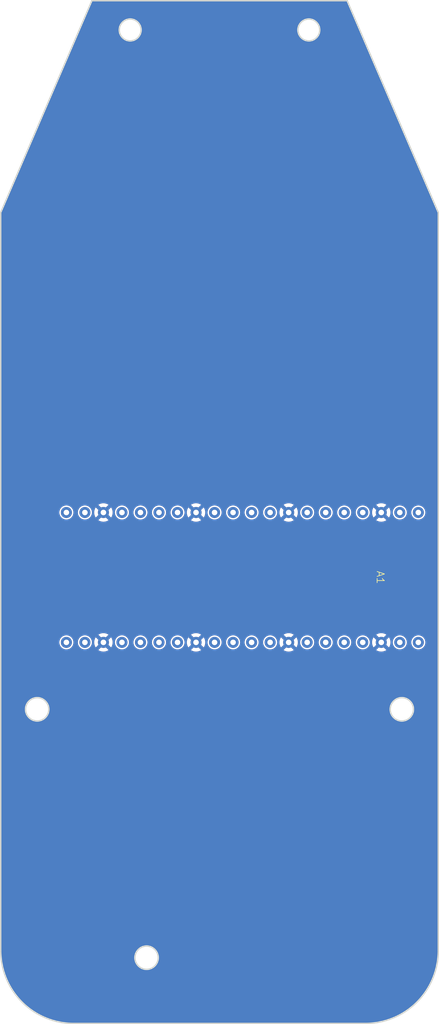
<source format=kicad_pcb>
(kicad_pcb (version 20221018) (generator pcbnew)
  (layers (0 "F.Cu" signal) (31 "B.Cu" signal) (34 "B.Paste" user) (35 "F.Paste" user) (36 "B.SilkS" user "B.Silkscreen") (37 "F.SilkS" user "F.Silkscreen") (38 "B.Mask" user) (39 "F.Mask" user) (44 "Edge.Cuts" user))
  (net 0 "")
  (net 3 "/GND")
  (footprint "twyleg-board-connectors:RaspberryPiPico-THT-Dev" (layer "F.Cu") (at 159.69 101.184 -90)
    (fp_text reference "A1" (at 0 5.192 -90 unlocked) (layer "F.SilkS") (effects (font (thickness 0.1))))
    (fp_text value "RaspberryPi-Pico")
    (pad "1" thru_hole circle (at -8.89 0 270) (size 1.524 1.524) (drill 0.762) (layers "*.Cu" "*.Mask"))
    (pad "2" thru_hole circle (at -8.89 2.54 270) (size 1.524 1.524) (drill 0.762) (layers "*.Cu" "*.Mask"))
    (pad "3" thru_hole circle (at -8.89 5.08 270) (size 1.524 1.524) (drill 0.762) (layers "*.Cu" "*.Mask") (net 3 "/GND"))
    (pad "4" thru_hole circle (at -8.89 7.62 270) (size 1.524 1.524) (drill 0.762) (layers "*.Cu" "*.Mask"))
    (pad "5" thru_hole circle (at -8.89 10.16 270) (size 1.524 1.524) (drill 0.762) (layers "*.Cu" "*.Mask"))
    (pad "6" thru_hole circle (at -8.89 12.7 270) (size 1.524 1.524) (drill 0.762) (layers "*.Cu" "*.Mask"))
    (pad "7" thru_hole circle (at -8.89 15.24 270) (size 1.524 1.524) (drill 0.762) (layers "*.Cu" "*.Mask"))
    (pad "8" thru_hole circle (at -8.89 17.78 270) (size 1.524 1.524) (drill 0.762) (layers "*.Cu" "*.Mask") (net 3 "/GND"))
    (pad "9" thru_hole circle (at -8.89 20.32 270) (size 1.524 1.524) (drill 0.762) (layers "*.Cu" "*.Mask"))
    (pad "10" thru_hole circle (at -8.89 22.86 270) (size 1.524 1.524) (drill 0.762) (layers "*.Cu" "*.Mask"))
    (pad "11" thru_hole circle (at -8.89 25.4 270) (size 1.524 1.524) (drill 0.762) (layers "*.Cu" "*.Mask"))
    (pad "12" thru_hole circle (at -8.89 27.94 270) (size 1.524 1.524) (drill 0.762) (layers "*.Cu" "*.Mask"))
    (pad "13" thru_hole circle (at -8.89 30.48 270) (size 1.524 1.524) (drill 0.762) (layers "*.Cu" "*.Mask") (net 3 "/GND"))
    (pad "14" thru_hole circle (at -8.89 33.02 270) (size 1.524 1.524) (drill 0.762) (layers "*.Cu" "*.Mask"))
    (pad "15" thru_hole circle (at -8.89 35.56 270) (size 1.524 1.524) (drill 0.762) (layers "*.Cu" "*.Mask"))
    (pad "16" thru_hole circle (at -8.89 38.1 270) (size 1.524 1.524) (drill 0.762) (layers "*.Cu" "*.Mask"))
    (pad "17" thru_hole circle (at -8.89 40.64 270) (size 1.524 1.524) (drill 0.762) (layers "*.Cu" "*.Mask"))
    (pad "18" thru_hole circle (at -8.89 43.18 270) (size 1.524 1.524) (drill 0.762) (layers "*.Cu" "*.Mask") (net 3 "/GND"))
    (pad "19" thru_hole circle (at -8.89 45.72 270) (size 1.524 1.524) (drill 0.762) (layers "*.Cu" "*.Mask"))
    (pad "20" thru_hole circle (at -8.89 48.26 270) (size 1.524 1.524) (drill 0.762) (layers "*.Cu" "*.Mask"))
    (pad "21" thru_hole circle (at 8.89 0 270) (size 1.524 1.524) (drill 0.762) (layers "*.Cu" "*.Mask"))
    (pad "22" thru_hole circle (at 8.89 2.54 270) (size 1.524 1.524) (drill 0.762) (layers "*.Cu" "*.Mask"))
    (pad "23" thru_hole circle (at 8.89 5.08 270) (size 1.524 1.524) (drill 0.762) (layers "*.Cu" "*.Mask") (net 3 "/GND"))
    (pad "24" thru_hole circle (at 8.89 7.62 270) (size 1.524 1.524) (drill 0.762) (layers "*.Cu" "*.Mask"))
    (pad "25" thru_hole circle (at 8.89 10.16 270) (size 1.524 1.524) (drill 0.762) (layers "*.Cu" "*.Mask"))
    (pad "26" thru_hole circle (at 8.89 12.7 270) (size 1.524 1.524) (drill 0.762) (layers "*.Cu" "*.Mask"))
    (pad "27" thru_hole circle (at 8.89 15.24 270) (size 1.524 1.524) (drill 0.762) (layers "*.Cu" "*.Mask"))
    (pad "28" thru_hole circle (at 8.89 17.78 270) (size 1.524 1.524) (drill 0.762) (layers "*.Cu" "*.Mask") (net 3 "/GND"))
    (pad "29" thru_hole circle (at 8.89 20.32 270) (size 1.524 1.524) (drill 0.762) (layers "*.Cu" "*.Mask"))
    (pad "30" thru_hole circle (at 8.89 22.86 270) (size 1.524 1.524) (drill 0.762) (layers "*.Cu" "*.Mask"))
    (pad "31" thru_hole circle (at 8.89 25.4 270) (size 1.524 1.524) (drill 0.762) (layers "*.Cu" "*.Mask"))
    (pad "32" thru_hole circle (at 8.89 27.94 270) (size 1.524 1.524) (drill 0.762) (layers "*.Cu" "*.Mask"))
    (pad "33" thru_hole circle (at 8.89 30.48 270) (size 1.524 1.524) (drill 0.762) (layers "*.Cu" "*.Mask") (net 3 "/GND"))
    (pad "34" thru_hole circle (at 8.89 33.02 270) (size 1.524 1.524) (drill 0.762) (layers "*.Cu" "*.Mask"))
    (pad "35" thru_hole circle (at 8.89 35.56 270) (size 1.524 1.524) (drill 0.762) (layers "*.Cu" "*.Mask"))
    (pad "36" thru_hole circle (at 8.89 38.1 270) (size 1.524 1.524) (drill 0.762) (layers "*.Cu" "*.Mask"))
    (pad "37" thru_hole circle (at 8.89 40.64 270) (size 1.524 1.524) (drill 0.762) (layers "*.Cu" "*.Mask"))
    (pad "38" thru_hole circle (at 8.89 43.18 270) (size 1.524 1.524) (drill 0.762) (layers "*.Cu" "*.Mask") (net 3 "/GND"))
    (pad "39" thru_hole circle (at 8.89 45.72 270) (size 1.524 1.524) (drill 0.762) (layers "*.Cu" "*.Mask"))
    (pad "40" thru_hole circle (at 8.89 48.26 270) (size 1.524 1.524) (drill 0.762) (layers "*.Cu" "*.Mask"))
  )
  (gr_circle (center 107.428 119.238) (end 109.028 119.238) (stroke (width 0.2)) (fill none) (layer "Edge.Cuts"))
  (gr_circle (center 157.428 119.238) (end 159.028 119.238) (stroke (width 0.2)) (fill none) (layer "Edge.Cuts"))
  (gr_arc (start 162.428 152.238) (mid 159.499068 159.309068) (end 152.428 162.238) (stroke (width 0.2)) (layer "Edge.Cuts"))
  (gr_line (start 162.428 51.238) (end 162.428 152.238) (stroke (width 0.2)) (layer "Edge.Cuts"))
  (gr_line (start 102.428 152.238) (end 102.428 51.238) (stroke (width 0.2)) (layer "Edge.Cuts"))
  (gr_line (start 114.928 22.238) (end 149.928 22.238) (stroke (width 0.2)) (layer "Edge.Cuts"))
  (gr_line (start 152.428 162.238) (end 112.428 162.238) (stroke (width 0.2)) (layer "Edge.Cuts"))
  (gr_line (start 149.928 22.238) (end 162.428 51.238) (stroke (width 0.2)) (layer "Edge.Cuts"))
  (gr_circle (center 144.678 26.238) (end 146.178 26.238) (stroke (width 0.2)) (fill none) (layer "Edge.Cuts"))
  (gr_line (start 114.928 22.238) (end 102.428 51.238) (stroke (width 0.2)) (layer "Edge.Cuts"))
  (gr_circle (center 120.178 26.238) (end 121.678 26.238) (stroke (width 0.2)) (fill none) (layer "Edge.Cuts"))
  (gr_circle (center 122.428 153.238) (end 124.028 153.238) (stroke (width 0.2)) (fill none) (layer "Edge.Cuts"))
  (gr_arc (start 112.428 162.238) (mid 105.356932 159.309068) (end 102.428 152.238) (stroke (width 0.2)) (layer "Edge.Cuts"))
  (zone (net 3) (net_name "/GND") (layers "F&B.Cu") (name "GND") (connect_pads (clearance 0.2)) (min_thickness 0.2) (fill yes (thermal_gap 0.5) (thermal_bridge_width 0.5) (island_removal_mode 1) (island_area_min 10))
    (polygon (pts (xy 102.428 22.19) (xy 162.372 22.19) (xy 162.372 162.144) (xy 102.428 162.144)))
  )
)
</source>
